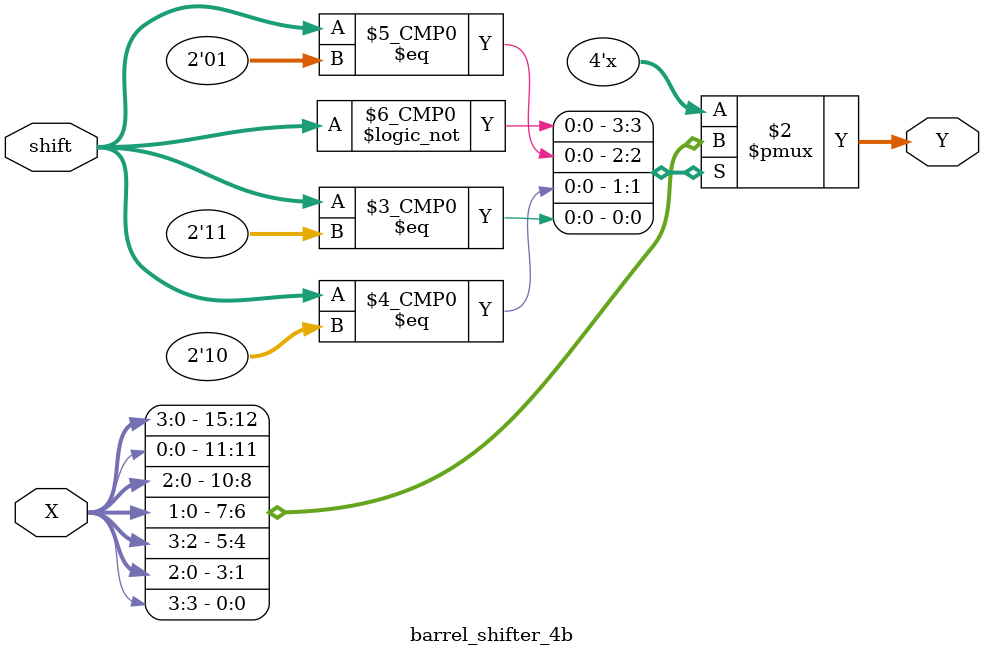
<source format=v>
`timescale 1ns / 1ps


module barrel_shifter_4b(
    input [3:0] X,
    input [1:0] shift,
    output reg [3:0] Y
    );
    
    always @*
        case(shift)
            2'b00: Y = X;
            2'b01: Y = {X[0], X[2:0]};
            2'b10: Y = {X[1:0], X[3:2]};
            2'b11: Y = {X[2:0], X[3]};
        endcase
        
endmodule

</source>
